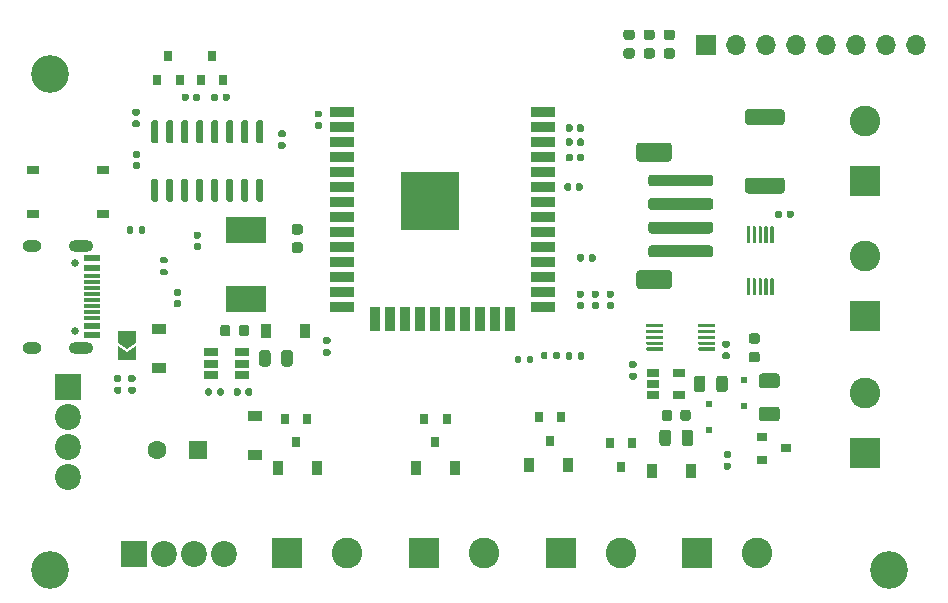
<source format=gts>
G04 #@! TF.GenerationSoftware,KiCad,Pcbnew,(5.1.9)-1*
G04 #@! TF.CreationDate,2021-06-19T22:35:00+01:00*
G04 #@! TF.ProjectId,garden,67617264-656e-42e6-9b69-6361645f7063,rev?*
G04 #@! TF.SameCoordinates,Original*
G04 #@! TF.FileFunction,Soldermask,Top*
G04 #@! TF.FilePolarity,Negative*
%FSLAX46Y46*%
G04 Gerber Fmt 4.6, Leading zero omitted, Abs format (unit mm)*
G04 Created by KiCad (PCBNEW (5.1.9)-1) date 2021-06-19 22:35:00*
%MOMM*%
%LPD*%
G01*
G04 APERTURE LIST*
%ADD10O,1.700000X1.700000*%
%ADD11R,1.700000X1.700000*%
%ADD12R,2.000000X0.900000*%
%ADD13R,0.900000X2.000000*%
%ADD14R,5.000000X5.000000*%
%ADD15C,3.200000*%
%ADD16C,1.600000*%
%ADD17R,1.600000X1.600000*%
%ADD18R,1.220000X0.650000*%
%ADD19R,1.200000X0.900000*%
%ADD20R,0.900000X1.200000*%
%ADD21C,0.100000*%
%ADD22R,1.450000X0.600000*%
%ADD23R,1.450000X0.300000*%
%ADD24O,2.100000X1.000000*%
%ADD25C,0.650000*%
%ADD26O,1.600000X1.000000*%
%ADD27R,3.500000X2.200000*%
%ADD28R,0.800000X0.900000*%
%ADD29C,2.600000*%
%ADD30R,2.600000X2.600000*%
%ADD31R,0.900000X0.800000*%
%ADD32R,1.060000X0.650000*%
%ADD33R,0.500000X0.500000*%
%ADD34R,1.000000X0.750000*%
%ADD35C,2.200000*%
%ADD36R,2.200000X2.200000*%
G04 APERTURE END LIST*
G36*
G01*
X108956250Y-51150000D02*
X108443750Y-51150000D01*
G75*
G02*
X108225000Y-50931250I0J218750D01*
G01*
X108225000Y-50493750D01*
G75*
G02*
X108443750Y-50275000I218750J0D01*
G01*
X108956250Y-50275000D01*
G75*
G02*
X109175000Y-50493750I0J-218750D01*
G01*
X109175000Y-50931250D01*
G75*
G02*
X108956250Y-51150000I-218750J0D01*
G01*
G37*
G36*
G01*
X108956250Y-52725000D02*
X108443750Y-52725000D01*
G75*
G02*
X108225000Y-52506250I0J218750D01*
G01*
X108225000Y-52068750D01*
G75*
G02*
X108443750Y-51850000I218750J0D01*
G01*
X108956250Y-51850000D01*
G75*
G02*
X109175000Y-52068750I0J-218750D01*
G01*
X109175000Y-52506250D01*
G75*
G02*
X108956250Y-52725000I-218750J0D01*
G01*
G37*
D10*
X131280000Y-51600000D03*
X128740000Y-51600000D03*
X126200000Y-51600000D03*
X123660000Y-51600000D03*
X121120000Y-51600000D03*
X118580000Y-51600000D03*
X116040000Y-51600000D03*
D11*
X113500000Y-51600000D03*
D12*
X99686000Y-57277000D03*
X99686000Y-58547000D03*
X99686000Y-59817000D03*
X99686000Y-61087000D03*
X99686000Y-62357000D03*
X99686000Y-63627000D03*
X99686000Y-64897000D03*
X99686000Y-66167000D03*
X99686000Y-67437000D03*
X99686000Y-68707000D03*
X99686000Y-69977000D03*
X99686000Y-71247000D03*
X99686000Y-72517000D03*
X99686000Y-73787000D03*
D13*
X96901000Y-74787000D03*
X95631000Y-74787000D03*
X94361000Y-74787000D03*
X93091000Y-74787000D03*
X91821000Y-74787000D03*
X90551000Y-74787000D03*
X89281000Y-74787000D03*
X88011000Y-74787000D03*
X86741000Y-74787000D03*
X85471000Y-74787000D03*
D12*
X82686000Y-73787000D03*
X82686000Y-72517000D03*
X82686000Y-71247000D03*
X82686000Y-69977000D03*
X82686000Y-68707000D03*
X82686000Y-67437000D03*
X82686000Y-66167000D03*
X82686000Y-64897000D03*
X82686000Y-63627000D03*
X82686000Y-62357000D03*
X82686000Y-61087000D03*
X82686000Y-59817000D03*
X82686000Y-58547000D03*
X82686000Y-57277000D03*
D14*
X90186000Y-64777000D03*
D15*
X129000000Y-96000000D03*
X58000000Y-96000000D03*
X58000000Y-54000000D03*
G36*
G01*
X65077500Y-57940000D02*
X65422500Y-57940000D01*
G75*
G02*
X65570000Y-58087500I0J-147500D01*
G01*
X65570000Y-58382500D01*
G75*
G02*
X65422500Y-58530000I-147500J0D01*
G01*
X65077500Y-58530000D01*
G75*
G02*
X64930000Y-58382500I0J147500D01*
G01*
X64930000Y-58087500D01*
G75*
G02*
X65077500Y-57940000I147500J0D01*
G01*
G37*
G36*
G01*
X65077500Y-56970000D02*
X65422500Y-56970000D01*
G75*
G02*
X65570000Y-57117500I0J-147500D01*
G01*
X65570000Y-57412500D01*
G75*
G02*
X65422500Y-57560000I-147500J0D01*
G01*
X65077500Y-57560000D01*
G75*
G02*
X64930000Y-57412500I0J147500D01*
G01*
X64930000Y-57117500D01*
G75*
G02*
X65077500Y-56970000I147500J0D01*
G01*
G37*
D16*
X67000000Y-85900000D03*
D17*
X70500000Y-85900000D03*
G36*
G01*
X77550000Y-78556250D02*
X77550000Y-77643750D01*
G75*
G02*
X77793750Y-77400000I243750J0D01*
G01*
X78281250Y-77400000D01*
G75*
G02*
X78525000Y-77643750I0J-243750D01*
G01*
X78525000Y-78556250D01*
G75*
G02*
X78281250Y-78800000I-243750J0D01*
G01*
X77793750Y-78800000D01*
G75*
G02*
X77550000Y-78556250I0J243750D01*
G01*
G37*
G36*
G01*
X75675000Y-78556250D02*
X75675000Y-77643750D01*
G75*
G02*
X75918750Y-77400000I243750J0D01*
G01*
X76406250Y-77400000D01*
G75*
G02*
X76650000Y-77643750I0J-243750D01*
G01*
X76650000Y-78556250D01*
G75*
G02*
X76406250Y-78800000I-243750J0D01*
G01*
X75918750Y-78800000D01*
G75*
G02*
X75675000Y-78556250I0J243750D01*
G01*
G37*
G36*
G01*
X74110000Y-80777500D02*
X74110000Y-81122500D01*
G75*
G02*
X73962500Y-81270000I-147500J0D01*
G01*
X73667500Y-81270000D01*
G75*
G02*
X73520000Y-81122500I0J147500D01*
G01*
X73520000Y-80777500D01*
G75*
G02*
X73667500Y-80630000I147500J0D01*
G01*
X73962500Y-80630000D01*
G75*
G02*
X74110000Y-80777500I0J-147500D01*
G01*
G37*
G36*
G01*
X75080000Y-80777500D02*
X75080000Y-81122500D01*
G75*
G02*
X74932500Y-81270000I-147500J0D01*
G01*
X74637500Y-81270000D01*
G75*
G02*
X74490000Y-81122500I0J147500D01*
G01*
X74490000Y-80777500D01*
G75*
G02*
X74637500Y-80630000I147500J0D01*
G01*
X74932500Y-80630000D01*
G75*
G02*
X75080000Y-80777500I0J-147500D01*
G01*
G37*
G36*
G01*
X73950000Y-76006250D02*
X73950000Y-75493750D01*
G75*
G02*
X74168750Y-75275000I218750J0D01*
G01*
X74606250Y-75275000D01*
G75*
G02*
X74825000Y-75493750I0J-218750D01*
G01*
X74825000Y-76006250D01*
G75*
G02*
X74606250Y-76225000I-218750J0D01*
G01*
X74168750Y-76225000D01*
G75*
G02*
X73950000Y-76006250I0J218750D01*
G01*
G37*
G36*
G01*
X72375000Y-76006250D02*
X72375000Y-75493750D01*
G75*
G02*
X72593750Y-75275000I218750J0D01*
G01*
X73031250Y-75275000D01*
G75*
G02*
X73250000Y-75493750I0J-218750D01*
G01*
X73250000Y-76006250D01*
G75*
G02*
X73031250Y-76225000I-218750J0D01*
G01*
X72593750Y-76225000D01*
G75*
G02*
X72375000Y-76006250I0J218750D01*
G01*
G37*
D18*
X74260000Y-77600000D03*
X74260000Y-78550000D03*
X74260000Y-79500000D03*
X71640000Y-79500000D03*
X71640000Y-78550000D03*
X71640000Y-77600000D03*
G36*
G01*
X72140000Y-81135000D02*
X72140000Y-80765000D01*
G75*
G02*
X72275000Y-80630000I135000J0D01*
G01*
X72545000Y-80630000D01*
G75*
G02*
X72680000Y-80765000I0J-135000D01*
G01*
X72680000Y-81135000D01*
G75*
G02*
X72545000Y-81270000I-135000J0D01*
G01*
X72275000Y-81270000D01*
G75*
G02*
X72140000Y-81135000I0J135000D01*
G01*
G37*
G36*
G01*
X71120000Y-81135000D02*
X71120000Y-80765000D01*
G75*
G02*
X71255000Y-80630000I135000J0D01*
G01*
X71525000Y-80630000D01*
G75*
G02*
X71660000Y-80765000I0J-135000D01*
G01*
X71660000Y-81135000D01*
G75*
G02*
X71525000Y-81270000I-135000J0D01*
G01*
X71255000Y-81270000D01*
G75*
G02*
X71120000Y-81135000I0J135000D01*
G01*
G37*
D19*
X67200000Y-75650000D03*
X67200000Y-78950000D03*
X75300000Y-86250000D03*
X75300000Y-82950000D03*
D20*
X79550000Y-75800000D03*
X76250000Y-75800000D03*
G36*
G01*
X68577500Y-73190000D02*
X68922500Y-73190000D01*
G75*
G02*
X69070000Y-73337500I0J-147500D01*
G01*
X69070000Y-73632500D01*
G75*
G02*
X68922500Y-73780000I-147500J0D01*
G01*
X68577500Y-73780000D01*
G75*
G02*
X68430000Y-73632500I0J147500D01*
G01*
X68430000Y-73337500D01*
G75*
G02*
X68577500Y-73190000I147500J0D01*
G01*
G37*
G36*
G01*
X68577500Y-72220000D02*
X68922500Y-72220000D01*
G75*
G02*
X69070000Y-72367500I0J-147500D01*
G01*
X69070000Y-72662500D01*
G75*
G02*
X68922500Y-72810000I-147500J0D01*
G01*
X68577500Y-72810000D01*
G75*
G02*
X68430000Y-72662500I0J147500D01*
G01*
X68430000Y-72367500D01*
G75*
G02*
X68577500Y-72220000I147500J0D01*
G01*
G37*
D21*
G36*
X64500000Y-77275000D02*
G01*
X63750000Y-76775000D01*
X63750000Y-75775000D01*
X65250000Y-75775000D01*
X65250000Y-76775000D01*
X64500000Y-77275000D01*
G37*
G36*
X63750000Y-78225000D02*
G01*
X63750000Y-77075000D01*
X64500000Y-77575000D01*
X65250000Y-77075000D01*
X65250000Y-78225000D01*
X63750000Y-78225000D01*
G37*
D22*
X61545000Y-76148000D03*
X61545000Y-75348000D03*
X61545000Y-70448000D03*
X61545000Y-69648000D03*
X61545000Y-69648000D03*
X61545000Y-70448000D03*
X61545000Y-75348000D03*
X61545000Y-76148000D03*
D23*
X61545000Y-71148000D03*
X61545000Y-71648000D03*
X61545000Y-72148000D03*
X61545000Y-73148000D03*
X61545000Y-73648000D03*
X61545000Y-74148000D03*
X61545000Y-74648000D03*
X61545000Y-72648000D03*
D24*
X60630000Y-77218000D03*
X60630000Y-68578000D03*
D25*
X60100000Y-70008000D03*
D26*
X56450000Y-68578000D03*
D25*
X60100000Y-75788000D03*
D26*
X56450000Y-77218000D03*
D27*
X74600000Y-67200000D03*
X74600000Y-73100000D03*
G36*
G01*
X78650000Y-68275000D02*
X79150000Y-68275000D01*
G75*
G02*
X79375000Y-68500000I0J-225000D01*
G01*
X79375000Y-68950000D01*
G75*
G02*
X79150000Y-69175000I-225000J0D01*
G01*
X78650000Y-69175000D01*
G75*
G02*
X78425000Y-68950000I0J225000D01*
G01*
X78425000Y-68500000D01*
G75*
G02*
X78650000Y-68275000I225000J0D01*
G01*
G37*
G36*
G01*
X78650000Y-66725000D02*
X79150000Y-66725000D01*
G75*
G02*
X79375000Y-66950000I0J-225000D01*
G01*
X79375000Y-67400000D01*
G75*
G02*
X79150000Y-67625000I-225000J0D01*
G01*
X78650000Y-67625000D01*
G75*
G02*
X78425000Y-67400000I0J225000D01*
G01*
X78425000Y-66950000D01*
G75*
G02*
X78650000Y-66725000I225000J0D01*
G01*
G37*
D28*
X100284000Y-85072000D03*
X99334000Y-83072000D03*
X101234000Y-83072000D03*
G36*
G01*
X81215000Y-77340000D02*
X81585000Y-77340000D01*
G75*
G02*
X81720000Y-77475000I0J-135000D01*
G01*
X81720000Y-77745000D01*
G75*
G02*
X81585000Y-77880000I-135000J0D01*
G01*
X81215000Y-77880000D01*
G75*
G02*
X81080000Y-77745000I0J135000D01*
G01*
X81080000Y-77475000D01*
G75*
G02*
X81215000Y-77340000I135000J0D01*
G01*
G37*
G36*
G01*
X81215000Y-76320000D02*
X81585000Y-76320000D01*
G75*
G02*
X81720000Y-76455000I0J-135000D01*
G01*
X81720000Y-76725000D01*
G75*
G02*
X81585000Y-76860000I-135000J0D01*
G01*
X81215000Y-76860000D01*
G75*
G02*
X81080000Y-76725000I0J135000D01*
G01*
X81080000Y-76455000D01*
G75*
G02*
X81215000Y-76320000I135000J0D01*
G01*
G37*
G36*
G01*
X97860000Y-78015000D02*
X97860000Y-78385000D01*
G75*
G02*
X97725000Y-78520000I-135000J0D01*
G01*
X97455000Y-78520000D01*
G75*
G02*
X97320000Y-78385000I0J135000D01*
G01*
X97320000Y-78015000D01*
G75*
G02*
X97455000Y-77880000I135000J0D01*
G01*
X97725000Y-77880000D01*
G75*
G02*
X97860000Y-78015000I0J-135000D01*
G01*
G37*
G36*
G01*
X98880000Y-78015000D02*
X98880000Y-78385000D01*
G75*
G02*
X98745000Y-78520000I-135000J0D01*
G01*
X98475000Y-78520000D01*
G75*
G02*
X98340000Y-78385000I0J135000D01*
G01*
X98340000Y-78015000D01*
G75*
G02*
X98475000Y-77880000I135000J0D01*
G01*
X98745000Y-77880000D01*
G75*
G02*
X98880000Y-78015000I0J-135000D01*
G01*
G37*
X78800000Y-85200000D03*
X77850000Y-83200000D03*
X79750000Y-83200000D03*
X90600000Y-85200000D03*
X89650000Y-83200000D03*
X91550000Y-83200000D03*
D29*
X83080000Y-94600000D03*
D30*
X78000000Y-94600000D03*
D29*
X94680000Y-94600000D03*
D30*
X89600000Y-94600000D03*
D20*
X77250000Y-87400000D03*
X80550000Y-87400000D03*
X88950000Y-87400000D03*
X92250000Y-87400000D03*
G36*
G01*
X102640000Y-78085000D02*
X102640000Y-77715000D01*
G75*
G02*
X102775000Y-77580000I135000J0D01*
G01*
X103045000Y-77580000D01*
G75*
G02*
X103180000Y-77715000I0J-135000D01*
G01*
X103180000Y-78085000D01*
G75*
G02*
X103045000Y-78220000I-135000J0D01*
G01*
X102775000Y-78220000D01*
G75*
G02*
X102640000Y-78085000I0J135000D01*
G01*
G37*
G36*
G01*
X101620000Y-78085000D02*
X101620000Y-77715000D01*
G75*
G02*
X101755000Y-77580000I135000J0D01*
G01*
X102025000Y-77580000D01*
G75*
G02*
X102160000Y-77715000I0J-135000D01*
G01*
X102160000Y-78085000D01*
G75*
G02*
X102025000Y-78220000I-135000J0D01*
G01*
X101755000Y-78220000D01*
G75*
G02*
X101620000Y-78085000I0J135000D01*
G01*
G37*
D28*
X106300000Y-87300000D03*
X105350000Y-85300000D03*
X107250000Y-85300000D03*
G36*
G01*
X100090000Y-77666000D02*
X100090000Y-78036000D01*
G75*
G02*
X99955000Y-78171000I-135000J0D01*
G01*
X99685000Y-78171000D01*
G75*
G02*
X99550000Y-78036000I0J135000D01*
G01*
X99550000Y-77666000D01*
G75*
G02*
X99685000Y-77531000I135000J0D01*
G01*
X99955000Y-77531000D01*
G75*
G02*
X100090000Y-77666000I0J-135000D01*
G01*
G37*
G36*
G01*
X101110000Y-77666000D02*
X101110000Y-78036000D01*
G75*
G02*
X100975000Y-78171000I-135000J0D01*
G01*
X100705000Y-78171000D01*
G75*
G02*
X100570000Y-78036000I0J135000D01*
G01*
X100570000Y-77666000D01*
G75*
G02*
X100705000Y-77531000I135000J0D01*
G01*
X100975000Y-77531000D01*
G75*
G02*
X101110000Y-77666000I0J-135000D01*
G01*
G37*
G36*
G01*
X113469000Y-79807750D02*
X113469000Y-80720250D01*
G75*
G02*
X113225250Y-80964000I-243750J0D01*
G01*
X112737750Y-80964000D01*
G75*
G02*
X112494000Y-80720250I0J243750D01*
G01*
X112494000Y-79807750D01*
G75*
G02*
X112737750Y-79564000I243750J0D01*
G01*
X113225250Y-79564000D01*
G75*
G02*
X113469000Y-79807750I0J-243750D01*
G01*
G37*
G36*
G01*
X115344000Y-79807750D02*
X115344000Y-80720250D01*
G75*
G02*
X115100250Y-80964000I-243750J0D01*
G01*
X114612750Y-80964000D01*
G75*
G02*
X114369000Y-80720250I0J243750D01*
G01*
X114369000Y-79807750D01*
G75*
G02*
X114612750Y-79564000I243750J0D01*
G01*
X115100250Y-79564000D01*
G75*
G02*
X115344000Y-79807750I0J-243750D01*
G01*
G37*
D31*
X120253000Y-85725000D03*
X118253000Y-86675000D03*
X118253000Y-84775000D03*
D29*
X127000000Y-58039000D03*
D30*
X127000000Y-63119000D03*
D29*
X127000000Y-81026000D03*
D30*
X127000000Y-86106000D03*
D29*
X106275000Y-94615000D03*
D30*
X101195000Y-94615000D03*
D29*
X117832000Y-94615000D03*
D30*
X112752000Y-94615000D03*
D29*
X127000000Y-69469000D03*
D30*
X127000000Y-74549000D03*
G36*
G01*
X67415000Y-70540000D02*
X67785000Y-70540000D01*
G75*
G02*
X67920000Y-70675000I0J-135000D01*
G01*
X67920000Y-70945000D01*
G75*
G02*
X67785000Y-71080000I-135000J0D01*
G01*
X67415000Y-71080000D01*
G75*
G02*
X67280000Y-70945000I0J135000D01*
G01*
X67280000Y-70675000D01*
G75*
G02*
X67415000Y-70540000I135000J0D01*
G01*
G37*
G36*
G01*
X67415000Y-69520000D02*
X67785000Y-69520000D01*
G75*
G02*
X67920000Y-69655000I0J-135000D01*
G01*
X67920000Y-69925000D01*
G75*
G02*
X67785000Y-70060000I-135000J0D01*
G01*
X67415000Y-70060000D01*
G75*
G02*
X67280000Y-69925000I0J135000D01*
G01*
X67280000Y-69655000D01*
G75*
G02*
X67415000Y-69520000I135000J0D01*
G01*
G37*
G36*
G01*
X65490000Y-67435000D02*
X65490000Y-67065000D01*
G75*
G02*
X65625000Y-66930000I135000J0D01*
G01*
X65895000Y-66930000D01*
G75*
G02*
X66030000Y-67065000I0J-135000D01*
G01*
X66030000Y-67435000D01*
G75*
G02*
X65895000Y-67570000I-135000J0D01*
G01*
X65625000Y-67570000D01*
G75*
G02*
X65490000Y-67435000I0J135000D01*
G01*
G37*
G36*
G01*
X64470000Y-67435000D02*
X64470000Y-67065000D01*
G75*
G02*
X64605000Y-66930000I135000J0D01*
G01*
X64875000Y-66930000D01*
G75*
G02*
X65010000Y-67065000I0J-135000D01*
G01*
X65010000Y-67435000D01*
G75*
G02*
X64875000Y-67570000I-135000J0D01*
G01*
X64605000Y-67570000D01*
G75*
G02*
X64470000Y-67435000I0J135000D01*
G01*
G37*
G36*
G01*
X67005000Y-59900000D02*
X66705000Y-59900000D01*
G75*
G02*
X66555000Y-59750000I0J150000D01*
G01*
X66555000Y-58100000D01*
G75*
G02*
X66705000Y-57950000I150000J0D01*
G01*
X67005000Y-57950000D01*
G75*
G02*
X67155000Y-58100000I0J-150000D01*
G01*
X67155000Y-59750000D01*
G75*
G02*
X67005000Y-59900000I-150000J0D01*
G01*
G37*
G36*
G01*
X68275000Y-59900000D02*
X67975000Y-59900000D01*
G75*
G02*
X67825000Y-59750000I0J150000D01*
G01*
X67825000Y-58100000D01*
G75*
G02*
X67975000Y-57950000I150000J0D01*
G01*
X68275000Y-57950000D01*
G75*
G02*
X68425000Y-58100000I0J-150000D01*
G01*
X68425000Y-59750000D01*
G75*
G02*
X68275000Y-59900000I-150000J0D01*
G01*
G37*
G36*
G01*
X69545000Y-59900000D02*
X69245000Y-59900000D01*
G75*
G02*
X69095000Y-59750000I0J150000D01*
G01*
X69095000Y-58100000D01*
G75*
G02*
X69245000Y-57950000I150000J0D01*
G01*
X69545000Y-57950000D01*
G75*
G02*
X69695000Y-58100000I0J-150000D01*
G01*
X69695000Y-59750000D01*
G75*
G02*
X69545000Y-59900000I-150000J0D01*
G01*
G37*
G36*
G01*
X70815000Y-59900000D02*
X70515000Y-59900000D01*
G75*
G02*
X70365000Y-59750000I0J150000D01*
G01*
X70365000Y-58100000D01*
G75*
G02*
X70515000Y-57950000I150000J0D01*
G01*
X70815000Y-57950000D01*
G75*
G02*
X70965000Y-58100000I0J-150000D01*
G01*
X70965000Y-59750000D01*
G75*
G02*
X70815000Y-59900000I-150000J0D01*
G01*
G37*
G36*
G01*
X72085000Y-59900000D02*
X71785000Y-59900000D01*
G75*
G02*
X71635000Y-59750000I0J150000D01*
G01*
X71635000Y-58100000D01*
G75*
G02*
X71785000Y-57950000I150000J0D01*
G01*
X72085000Y-57950000D01*
G75*
G02*
X72235000Y-58100000I0J-150000D01*
G01*
X72235000Y-59750000D01*
G75*
G02*
X72085000Y-59900000I-150000J0D01*
G01*
G37*
G36*
G01*
X73355000Y-59900000D02*
X73055000Y-59900000D01*
G75*
G02*
X72905000Y-59750000I0J150000D01*
G01*
X72905000Y-58100000D01*
G75*
G02*
X73055000Y-57950000I150000J0D01*
G01*
X73355000Y-57950000D01*
G75*
G02*
X73505000Y-58100000I0J-150000D01*
G01*
X73505000Y-59750000D01*
G75*
G02*
X73355000Y-59900000I-150000J0D01*
G01*
G37*
G36*
G01*
X74625000Y-59900000D02*
X74325000Y-59900000D01*
G75*
G02*
X74175000Y-59750000I0J150000D01*
G01*
X74175000Y-58100000D01*
G75*
G02*
X74325000Y-57950000I150000J0D01*
G01*
X74625000Y-57950000D01*
G75*
G02*
X74775000Y-58100000I0J-150000D01*
G01*
X74775000Y-59750000D01*
G75*
G02*
X74625000Y-59900000I-150000J0D01*
G01*
G37*
G36*
G01*
X75895000Y-59900000D02*
X75595000Y-59900000D01*
G75*
G02*
X75445000Y-59750000I0J150000D01*
G01*
X75445000Y-58100000D01*
G75*
G02*
X75595000Y-57950000I150000J0D01*
G01*
X75895000Y-57950000D01*
G75*
G02*
X76045000Y-58100000I0J-150000D01*
G01*
X76045000Y-59750000D01*
G75*
G02*
X75895000Y-59900000I-150000J0D01*
G01*
G37*
G36*
G01*
X75895000Y-64850000D02*
X75595000Y-64850000D01*
G75*
G02*
X75445000Y-64700000I0J150000D01*
G01*
X75445000Y-63050000D01*
G75*
G02*
X75595000Y-62900000I150000J0D01*
G01*
X75895000Y-62900000D01*
G75*
G02*
X76045000Y-63050000I0J-150000D01*
G01*
X76045000Y-64700000D01*
G75*
G02*
X75895000Y-64850000I-150000J0D01*
G01*
G37*
G36*
G01*
X74625000Y-64850000D02*
X74325000Y-64850000D01*
G75*
G02*
X74175000Y-64700000I0J150000D01*
G01*
X74175000Y-63050000D01*
G75*
G02*
X74325000Y-62900000I150000J0D01*
G01*
X74625000Y-62900000D01*
G75*
G02*
X74775000Y-63050000I0J-150000D01*
G01*
X74775000Y-64700000D01*
G75*
G02*
X74625000Y-64850000I-150000J0D01*
G01*
G37*
G36*
G01*
X73355000Y-64850000D02*
X73055000Y-64850000D01*
G75*
G02*
X72905000Y-64700000I0J150000D01*
G01*
X72905000Y-63050000D01*
G75*
G02*
X73055000Y-62900000I150000J0D01*
G01*
X73355000Y-62900000D01*
G75*
G02*
X73505000Y-63050000I0J-150000D01*
G01*
X73505000Y-64700000D01*
G75*
G02*
X73355000Y-64850000I-150000J0D01*
G01*
G37*
G36*
G01*
X72085000Y-64850000D02*
X71785000Y-64850000D01*
G75*
G02*
X71635000Y-64700000I0J150000D01*
G01*
X71635000Y-63050000D01*
G75*
G02*
X71785000Y-62900000I150000J0D01*
G01*
X72085000Y-62900000D01*
G75*
G02*
X72235000Y-63050000I0J-150000D01*
G01*
X72235000Y-64700000D01*
G75*
G02*
X72085000Y-64850000I-150000J0D01*
G01*
G37*
G36*
G01*
X70815000Y-64850000D02*
X70515000Y-64850000D01*
G75*
G02*
X70365000Y-64700000I0J150000D01*
G01*
X70365000Y-63050000D01*
G75*
G02*
X70515000Y-62900000I150000J0D01*
G01*
X70815000Y-62900000D01*
G75*
G02*
X70965000Y-63050000I0J-150000D01*
G01*
X70965000Y-64700000D01*
G75*
G02*
X70815000Y-64850000I-150000J0D01*
G01*
G37*
G36*
G01*
X69545000Y-64850000D02*
X69245000Y-64850000D01*
G75*
G02*
X69095000Y-64700000I0J150000D01*
G01*
X69095000Y-63050000D01*
G75*
G02*
X69245000Y-62900000I150000J0D01*
G01*
X69545000Y-62900000D01*
G75*
G02*
X69695000Y-63050000I0J-150000D01*
G01*
X69695000Y-64700000D01*
G75*
G02*
X69545000Y-64850000I-150000J0D01*
G01*
G37*
G36*
G01*
X68275000Y-64850000D02*
X67975000Y-64850000D01*
G75*
G02*
X67825000Y-64700000I0J150000D01*
G01*
X67825000Y-63050000D01*
G75*
G02*
X67975000Y-62900000I150000J0D01*
G01*
X68275000Y-62900000D01*
G75*
G02*
X68425000Y-63050000I0J-150000D01*
G01*
X68425000Y-64700000D01*
G75*
G02*
X68275000Y-64850000I-150000J0D01*
G01*
G37*
G36*
G01*
X67005000Y-64850000D02*
X66705000Y-64850000D01*
G75*
G02*
X66555000Y-64700000I0J150000D01*
G01*
X66555000Y-63050000D01*
G75*
G02*
X66705000Y-62900000I150000J0D01*
G01*
X67005000Y-62900000D01*
G75*
G02*
X67155000Y-63050000I0J-150000D01*
G01*
X67155000Y-64700000D01*
G75*
G02*
X67005000Y-64850000I-150000J0D01*
G01*
G37*
G36*
G01*
X112854000Y-75402000D02*
X112854000Y-75252000D01*
G75*
G02*
X112929000Y-75177000I75000J0D01*
G01*
X114229000Y-75177000D01*
G75*
G02*
X114304000Y-75252000I0J-75000D01*
G01*
X114304000Y-75402000D01*
G75*
G02*
X114229000Y-75477000I-75000J0D01*
G01*
X112929000Y-75477000D01*
G75*
G02*
X112854000Y-75402000I0J75000D01*
G01*
G37*
G36*
G01*
X112854000Y-75902000D02*
X112854000Y-75752000D01*
G75*
G02*
X112929000Y-75677000I75000J0D01*
G01*
X114229000Y-75677000D01*
G75*
G02*
X114304000Y-75752000I0J-75000D01*
G01*
X114304000Y-75902000D01*
G75*
G02*
X114229000Y-75977000I-75000J0D01*
G01*
X112929000Y-75977000D01*
G75*
G02*
X112854000Y-75902000I0J75000D01*
G01*
G37*
G36*
G01*
X112854000Y-76402000D02*
X112854000Y-76252000D01*
G75*
G02*
X112929000Y-76177000I75000J0D01*
G01*
X114229000Y-76177000D01*
G75*
G02*
X114304000Y-76252000I0J-75000D01*
G01*
X114304000Y-76402000D01*
G75*
G02*
X114229000Y-76477000I-75000J0D01*
G01*
X112929000Y-76477000D01*
G75*
G02*
X112854000Y-76402000I0J75000D01*
G01*
G37*
G36*
G01*
X112854000Y-76902000D02*
X112854000Y-76752000D01*
G75*
G02*
X112929000Y-76677000I75000J0D01*
G01*
X114229000Y-76677000D01*
G75*
G02*
X114304000Y-76752000I0J-75000D01*
G01*
X114304000Y-76902000D01*
G75*
G02*
X114229000Y-76977000I-75000J0D01*
G01*
X112929000Y-76977000D01*
G75*
G02*
X112854000Y-76902000I0J75000D01*
G01*
G37*
G36*
G01*
X112854000Y-77402000D02*
X112854000Y-77252000D01*
G75*
G02*
X112929000Y-77177000I75000J0D01*
G01*
X114229000Y-77177000D01*
G75*
G02*
X114304000Y-77252000I0J-75000D01*
G01*
X114304000Y-77402000D01*
G75*
G02*
X114229000Y-77477000I-75000J0D01*
G01*
X112929000Y-77477000D01*
G75*
G02*
X112854000Y-77402000I0J75000D01*
G01*
G37*
G36*
G01*
X108454000Y-77402000D02*
X108454000Y-77252000D01*
G75*
G02*
X108529000Y-77177000I75000J0D01*
G01*
X109829000Y-77177000D01*
G75*
G02*
X109904000Y-77252000I0J-75000D01*
G01*
X109904000Y-77402000D01*
G75*
G02*
X109829000Y-77477000I-75000J0D01*
G01*
X108529000Y-77477000D01*
G75*
G02*
X108454000Y-77402000I0J75000D01*
G01*
G37*
G36*
G01*
X108454000Y-76902000D02*
X108454000Y-76752000D01*
G75*
G02*
X108529000Y-76677000I75000J0D01*
G01*
X109829000Y-76677000D01*
G75*
G02*
X109904000Y-76752000I0J-75000D01*
G01*
X109904000Y-76902000D01*
G75*
G02*
X109829000Y-76977000I-75000J0D01*
G01*
X108529000Y-76977000D01*
G75*
G02*
X108454000Y-76902000I0J75000D01*
G01*
G37*
G36*
G01*
X108454000Y-76402000D02*
X108454000Y-76252000D01*
G75*
G02*
X108529000Y-76177000I75000J0D01*
G01*
X109829000Y-76177000D01*
G75*
G02*
X109904000Y-76252000I0J-75000D01*
G01*
X109904000Y-76402000D01*
G75*
G02*
X109829000Y-76477000I-75000J0D01*
G01*
X108529000Y-76477000D01*
G75*
G02*
X108454000Y-76402000I0J75000D01*
G01*
G37*
G36*
G01*
X108454000Y-75902000D02*
X108454000Y-75752000D01*
G75*
G02*
X108529000Y-75677000I75000J0D01*
G01*
X109829000Y-75677000D01*
G75*
G02*
X109904000Y-75752000I0J-75000D01*
G01*
X109904000Y-75902000D01*
G75*
G02*
X109829000Y-75977000I-75000J0D01*
G01*
X108529000Y-75977000D01*
G75*
G02*
X108454000Y-75902000I0J75000D01*
G01*
G37*
G36*
G01*
X108454000Y-75402000D02*
X108454000Y-75252000D01*
G75*
G02*
X108529000Y-75177000I75000J0D01*
G01*
X109829000Y-75177000D01*
G75*
G02*
X109904000Y-75252000I0J-75000D01*
G01*
X109904000Y-75402000D01*
G75*
G02*
X109829000Y-75477000I-75000J0D01*
G01*
X108529000Y-75477000D01*
G75*
G02*
X108454000Y-75402000I0J75000D01*
G01*
G37*
G36*
G01*
X119916001Y-58354000D02*
X117065999Y-58354000D01*
G75*
G02*
X116816000Y-58104001I0J249999D01*
G01*
X116816000Y-57253999D01*
G75*
G02*
X117065999Y-57004000I249999J0D01*
G01*
X119916001Y-57004000D01*
G75*
G02*
X120166000Y-57253999I0J-249999D01*
G01*
X120166000Y-58104001D01*
G75*
G02*
X119916001Y-58354000I-249999J0D01*
G01*
G37*
G36*
G01*
X119916001Y-64154000D02*
X117065999Y-64154000D01*
G75*
G02*
X116816000Y-63904001I0J249999D01*
G01*
X116816000Y-63053999D01*
G75*
G02*
X117065999Y-62804000I249999J0D01*
G01*
X119916001Y-62804000D01*
G75*
G02*
X120166000Y-63053999I0J-249999D01*
G01*
X120166000Y-63904001D01*
G75*
G02*
X119916001Y-64154000I-249999J0D01*
G01*
G37*
G36*
G01*
X117185000Y-68375000D02*
X117035000Y-68375000D01*
G75*
G02*
X116960000Y-68300000I0J75000D01*
G01*
X116960000Y-67000000D01*
G75*
G02*
X117035000Y-66925000I75000J0D01*
G01*
X117185000Y-66925000D01*
G75*
G02*
X117260000Y-67000000I0J-75000D01*
G01*
X117260000Y-68300000D01*
G75*
G02*
X117185000Y-68375000I-75000J0D01*
G01*
G37*
G36*
G01*
X117685000Y-68375000D02*
X117535000Y-68375000D01*
G75*
G02*
X117460000Y-68300000I0J75000D01*
G01*
X117460000Y-67000000D01*
G75*
G02*
X117535000Y-66925000I75000J0D01*
G01*
X117685000Y-66925000D01*
G75*
G02*
X117760000Y-67000000I0J-75000D01*
G01*
X117760000Y-68300000D01*
G75*
G02*
X117685000Y-68375000I-75000J0D01*
G01*
G37*
G36*
G01*
X118185000Y-68375000D02*
X118035000Y-68375000D01*
G75*
G02*
X117960000Y-68300000I0J75000D01*
G01*
X117960000Y-67000000D01*
G75*
G02*
X118035000Y-66925000I75000J0D01*
G01*
X118185000Y-66925000D01*
G75*
G02*
X118260000Y-67000000I0J-75000D01*
G01*
X118260000Y-68300000D01*
G75*
G02*
X118185000Y-68375000I-75000J0D01*
G01*
G37*
G36*
G01*
X118685000Y-68375000D02*
X118535000Y-68375000D01*
G75*
G02*
X118460000Y-68300000I0J75000D01*
G01*
X118460000Y-67000000D01*
G75*
G02*
X118535000Y-66925000I75000J0D01*
G01*
X118685000Y-66925000D01*
G75*
G02*
X118760000Y-67000000I0J-75000D01*
G01*
X118760000Y-68300000D01*
G75*
G02*
X118685000Y-68375000I-75000J0D01*
G01*
G37*
G36*
G01*
X119185000Y-68375000D02*
X119035000Y-68375000D01*
G75*
G02*
X118960000Y-68300000I0J75000D01*
G01*
X118960000Y-67000000D01*
G75*
G02*
X119035000Y-66925000I75000J0D01*
G01*
X119185000Y-66925000D01*
G75*
G02*
X119260000Y-67000000I0J-75000D01*
G01*
X119260000Y-68300000D01*
G75*
G02*
X119185000Y-68375000I-75000J0D01*
G01*
G37*
G36*
G01*
X119185000Y-72775000D02*
X119035000Y-72775000D01*
G75*
G02*
X118960000Y-72700000I0J75000D01*
G01*
X118960000Y-71400000D01*
G75*
G02*
X119035000Y-71325000I75000J0D01*
G01*
X119185000Y-71325000D01*
G75*
G02*
X119260000Y-71400000I0J-75000D01*
G01*
X119260000Y-72700000D01*
G75*
G02*
X119185000Y-72775000I-75000J0D01*
G01*
G37*
G36*
G01*
X118685000Y-72775000D02*
X118535000Y-72775000D01*
G75*
G02*
X118460000Y-72700000I0J75000D01*
G01*
X118460000Y-71400000D01*
G75*
G02*
X118535000Y-71325000I75000J0D01*
G01*
X118685000Y-71325000D01*
G75*
G02*
X118760000Y-71400000I0J-75000D01*
G01*
X118760000Y-72700000D01*
G75*
G02*
X118685000Y-72775000I-75000J0D01*
G01*
G37*
G36*
G01*
X118185000Y-72775000D02*
X118035000Y-72775000D01*
G75*
G02*
X117960000Y-72700000I0J75000D01*
G01*
X117960000Y-71400000D01*
G75*
G02*
X118035000Y-71325000I75000J0D01*
G01*
X118185000Y-71325000D01*
G75*
G02*
X118260000Y-71400000I0J-75000D01*
G01*
X118260000Y-72700000D01*
G75*
G02*
X118185000Y-72775000I-75000J0D01*
G01*
G37*
G36*
G01*
X117685000Y-72775000D02*
X117535000Y-72775000D01*
G75*
G02*
X117460000Y-72700000I0J75000D01*
G01*
X117460000Y-71400000D01*
G75*
G02*
X117535000Y-71325000I75000J0D01*
G01*
X117685000Y-71325000D01*
G75*
G02*
X117760000Y-71400000I0J-75000D01*
G01*
X117760000Y-72700000D01*
G75*
G02*
X117685000Y-72775000I-75000J0D01*
G01*
G37*
G36*
G01*
X117185000Y-72775000D02*
X117035000Y-72775000D01*
G75*
G02*
X116960000Y-72700000I0J75000D01*
G01*
X116960000Y-71400000D01*
G75*
G02*
X117035000Y-71325000I75000J0D01*
G01*
X117185000Y-71325000D01*
G75*
G02*
X117260000Y-71400000I0J-75000D01*
G01*
X117260000Y-72700000D01*
G75*
G02*
X117185000Y-72775000I-75000J0D01*
G01*
G37*
G36*
G01*
X102697500Y-73342000D02*
X103042500Y-73342000D01*
G75*
G02*
X103190000Y-73489500I0J-147500D01*
G01*
X103190000Y-73784500D01*
G75*
G02*
X103042500Y-73932000I-147500J0D01*
G01*
X102697500Y-73932000D01*
G75*
G02*
X102550000Y-73784500I0J147500D01*
G01*
X102550000Y-73489500D01*
G75*
G02*
X102697500Y-73342000I147500J0D01*
G01*
G37*
G36*
G01*
X102697500Y-72372000D02*
X103042500Y-72372000D01*
G75*
G02*
X103190000Y-72519500I0J-147500D01*
G01*
X103190000Y-72814500D01*
G75*
G02*
X103042500Y-72962000I-147500J0D01*
G01*
X102697500Y-72962000D01*
G75*
G02*
X102550000Y-72814500I0J147500D01*
G01*
X102550000Y-72519500D01*
G75*
G02*
X102697500Y-72372000I147500J0D01*
G01*
G37*
G36*
G01*
X105237500Y-73342000D02*
X105582500Y-73342000D01*
G75*
G02*
X105730000Y-73489500I0J-147500D01*
G01*
X105730000Y-73784500D01*
G75*
G02*
X105582500Y-73932000I-147500J0D01*
G01*
X105237500Y-73932000D01*
G75*
G02*
X105090000Y-73784500I0J147500D01*
G01*
X105090000Y-73489500D01*
G75*
G02*
X105237500Y-73342000I147500J0D01*
G01*
G37*
G36*
G01*
X105237500Y-72372000D02*
X105582500Y-72372000D01*
G75*
G02*
X105730000Y-72519500I0J-147500D01*
G01*
X105730000Y-72814500D01*
G75*
G02*
X105582500Y-72962000I-147500J0D01*
G01*
X105237500Y-72962000D01*
G75*
G02*
X105090000Y-72814500I0J147500D01*
G01*
X105090000Y-72519500D01*
G75*
G02*
X105237500Y-72372000I147500J0D01*
G01*
G37*
G36*
G01*
X103967500Y-73342000D02*
X104312500Y-73342000D01*
G75*
G02*
X104460000Y-73489500I0J-147500D01*
G01*
X104460000Y-73784500D01*
G75*
G02*
X104312500Y-73932000I-147500J0D01*
G01*
X103967500Y-73932000D01*
G75*
G02*
X103820000Y-73784500I0J147500D01*
G01*
X103820000Y-73489500D01*
G75*
G02*
X103967500Y-73342000I147500J0D01*
G01*
G37*
G36*
G01*
X103967500Y-72372000D02*
X104312500Y-72372000D01*
G75*
G02*
X104460000Y-72519500I0J-147500D01*
G01*
X104460000Y-72814500D01*
G75*
G02*
X104312500Y-72962000I-147500J0D01*
G01*
X103967500Y-72962000D01*
G75*
G02*
X103820000Y-72814500I0J147500D01*
G01*
X103820000Y-72519500D01*
G75*
G02*
X103967500Y-72372000I147500J0D01*
G01*
G37*
G36*
G01*
X115488500Y-86551000D02*
X115143500Y-86551000D01*
G75*
G02*
X114996000Y-86403500I0J147500D01*
G01*
X114996000Y-86108500D01*
G75*
G02*
X115143500Y-85961000I147500J0D01*
G01*
X115488500Y-85961000D01*
G75*
G02*
X115636000Y-86108500I0J-147500D01*
G01*
X115636000Y-86403500D01*
G75*
G02*
X115488500Y-86551000I-147500J0D01*
G01*
G37*
G36*
G01*
X115488500Y-87521000D02*
X115143500Y-87521000D01*
G75*
G02*
X114996000Y-87373500I0J147500D01*
G01*
X114996000Y-87078500D01*
G75*
G02*
X115143500Y-86931000I147500J0D01*
G01*
X115488500Y-86931000D01*
G75*
G02*
X115636000Y-87078500I0J-147500D01*
G01*
X115636000Y-87373500D01*
G75*
G02*
X115488500Y-87521000I-147500J0D01*
G01*
G37*
G36*
G01*
X107142500Y-79311000D02*
X107487500Y-79311000D01*
G75*
G02*
X107635000Y-79458500I0J-147500D01*
G01*
X107635000Y-79753500D01*
G75*
G02*
X107487500Y-79901000I-147500J0D01*
G01*
X107142500Y-79901000D01*
G75*
G02*
X106995000Y-79753500I0J147500D01*
G01*
X106995000Y-79458500D01*
G75*
G02*
X107142500Y-79311000I147500J0D01*
G01*
G37*
G36*
G01*
X107142500Y-78341000D02*
X107487500Y-78341000D01*
G75*
G02*
X107635000Y-78488500I0J-147500D01*
G01*
X107635000Y-78783500D01*
G75*
G02*
X107487500Y-78931000I-147500J0D01*
G01*
X107142500Y-78931000D01*
G75*
G02*
X106995000Y-78783500I0J147500D01*
G01*
X106995000Y-78488500D01*
G75*
G02*
X107142500Y-78341000I147500J0D01*
G01*
G37*
G36*
G01*
X103188000Y-69423500D02*
X103188000Y-69768500D01*
G75*
G02*
X103040500Y-69916000I-147500J0D01*
G01*
X102745500Y-69916000D01*
G75*
G02*
X102598000Y-69768500I0J147500D01*
G01*
X102598000Y-69423500D01*
G75*
G02*
X102745500Y-69276000I147500J0D01*
G01*
X103040500Y-69276000D01*
G75*
G02*
X103188000Y-69423500I0J-147500D01*
G01*
G37*
G36*
G01*
X104158000Y-69423500D02*
X104158000Y-69768500D01*
G75*
G02*
X104010500Y-69916000I-147500J0D01*
G01*
X103715500Y-69916000D01*
G75*
G02*
X103568000Y-69768500I0J147500D01*
G01*
X103568000Y-69423500D01*
G75*
G02*
X103715500Y-69276000I147500J0D01*
G01*
X104010500Y-69276000D01*
G75*
G02*
X104158000Y-69423500I0J-147500D01*
G01*
G37*
G36*
G01*
X80872500Y-57710000D02*
X80527500Y-57710000D01*
G75*
G02*
X80380000Y-57562500I0J147500D01*
G01*
X80380000Y-57267500D01*
G75*
G02*
X80527500Y-57120000I147500J0D01*
G01*
X80872500Y-57120000D01*
G75*
G02*
X81020000Y-57267500I0J-147500D01*
G01*
X81020000Y-57562500D01*
G75*
G02*
X80872500Y-57710000I-147500J0D01*
G01*
G37*
G36*
G01*
X80872500Y-58680000D02*
X80527500Y-58680000D01*
G75*
G02*
X80380000Y-58532500I0J147500D01*
G01*
X80380000Y-58237500D01*
G75*
G02*
X80527500Y-58090000I147500J0D01*
G01*
X80872500Y-58090000D01*
G75*
G02*
X81020000Y-58237500I0J-147500D01*
G01*
X81020000Y-58532500D01*
G75*
G02*
X80872500Y-58680000I-147500J0D01*
G01*
G37*
G36*
G01*
X110371000Y-61440000D02*
X107871000Y-61440000D01*
G75*
G02*
X107621000Y-61190000I0J250000D01*
G01*
X107621000Y-60090000D01*
G75*
G02*
X107871000Y-59840000I250000J0D01*
G01*
X110371000Y-59840000D01*
G75*
G02*
X110621000Y-60090000I0J-250000D01*
G01*
X110621000Y-61190000D01*
G75*
G02*
X110371000Y-61440000I-250000J0D01*
G01*
G37*
G36*
G01*
X110371000Y-72240000D02*
X107871000Y-72240000D01*
G75*
G02*
X107621000Y-71990000I0J250000D01*
G01*
X107621000Y-70890000D01*
G75*
G02*
X107871000Y-70640000I250000J0D01*
G01*
X110371000Y-70640000D01*
G75*
G02*
X110621000Y-70890000I0J-250000D01*
G01*
X110621000Y-71990000D01*
G75*
G02*
X110371000Y-72240000I-250000J0D01*
G01*
G37*
G36*
G01*
X113871000Y-63540000D02*
X108871000Y-63540000D01*
G75*
G02*
X108621000Y-63290000I0J250000D01*
G01*
X108621000Y-62790000D01*
G75*
G02*
X108871000Y-62540000I250000J0D01*
G01*
X113871000Y-62540000D01*
G75*
G02*
X114121000Y-62790000I0J-250000D01*
G01*
X114121000Y-63290000D01*
G75*
G02*
X113871000Y-63540000I-250000J0D01*
G01*
G37*
G36*
G01*
X113871000Y-65540000D02*
X108871000Y-65540000D01*
G75*
G02*
X108621000Y-65290000I0J250000D01*
G01*
X108621000Y-64790000D01*
G75*
G02*
X108871000Y-64540000I250000J0D01*
G01*
X113871000Y-64540000D01*
G75*
G02*
X114121000Y-64790000I0J-250000D01*
G01*
X114121000Y-65290000D01*
G75*
G02*
X113871000Y-65540000I-250000J0D01*
G01*
G37*
G36*
G01*
X113871000Y-67540000D02*
X108871000Y-67540000D01*
G75*
G02*
X108621000Y-67290000I0J250000D01*
G01*
X108621000Y-66790000D01*
G75*
G02*
X108871000Y-66540000I250000J0D01*
G01*
X113871000Y-66540000D01*
G75*
G02*
X114121000Y-66790000I0J-250000D01*
G01*
X114121000Y-67290000D01*
G75*
G02*
X113871000Y-67540000I-250000J0D01*
G01*
G37*
G36*
G01*
X113871000Y-69540000D02*
X108871000Y-69540000D01*
G75*
G02*
X108621000Y-69290000I0J250000D01*
G01*
X108621000Y-68790000D01*
G75*
G02*
X108871000Y-68540000I250000J0D01*
G01*
X113871000Y-68540000D01*
G75*
G02*
X114121000Y-68790000I0J-250000D01*
G01*
X114121000Y-69290000D01*
G75*
G02*
X113871000Y-69540000I-250000J0D01*
G01*
G37*
G36*
G01*
X110656250Y-51150000D02*
X110143750Y-51150000D01*
G75*
G02*
X109925000Y-50931250I0J218750D01*
G01*
X109925000Y-50493750D01*
G75*
G02*
X110143750Y-50275000I218750J0D01*
G01*
X110656250Y-50275000D01*
G75*
G02*
X110875000Y-50493750I0J-218750D01*
G01*
X110875000Y-50931250D01*
G75*
G02*
X110656250Y-51150000I-218750J0D01*
G01*
G37*
G36*
G01*
X110656250Y-52725000D02*
X110143750Y-52725000D01*
G75*
G02*
X109925000Y-52506250I0J218750D01*
G01*
X109925000Y-52068750D01*
G75*
G02*
X110143750Y-51850000I218750J0D01*
G01*
X110656250Y-51850000D01*
G75*
G02*
X110875000Y-52068750I0J-218750D01*
G01*
X110875000Y-52506250D01*
G75*
G02*
X110656250Y-52725000I-218750J0D01*
G01*
G37*
G36*
G01*
X102490000Y-63772500D02*
X102490000Y-63427500D01*
G75*
G02*
X102637500Y-63280000I147500J0D01*
G01*
X102932500Y-63280000D01*
G75*
G02*
X103080000Y-63427500I0J-147500D01*
G01*
X103080000Y-63772500D01*
G75*
G02*
X102932500Y-63920000I-147500J0D01*
G01*
X102637500Y-63920000D01*
G75*
G02*
X102490000Y-63772500I0J147500D01*
G01*
G37*
G36*
G01*
X101520000Y-63772500D02*
X101520000Y-63427500D01*
G75*
G02*
X101667500Y-63280000I147500J0D01*
G01*
X101962500Y-63280000D01*
G75*
G02*
X102110000Y-63427500I0J-147500D01*
G01*
X102110000Y-63772500D01*
G75*
G02*
X101962500Y-63920000I-147500J0D01*
G01*
X101667500Y-63920000D01*
G75*
G02*
X101520000Y-63772500I0J147500D01*
G01*
G37*
G36*
G01*
X102590000Y-59972500D02*
X102590000Y-59627500D01*
G75*
G02*
X102737500Y-59480000I147500J0D01*
G01*
X103032500Y-59480000D01*
G75*
G02*
X103180000Y-59627500I0J-147500D01*
G01*
X103180000Y-59972500D01*
G75*
G02*
X103032500Y-60120000I-147500J0D01*
G01*
X102737500Y-60120000D01*
G75*
G02*
X102590000Y-59972500I0J147500D01*
G01*
G37*
G36*
G01*
X101620000Y-59972500D02*
X101620000Y-59627500D01*
G75*
G02*
X101767500Y-59480000I147500J0D01*
G01*
X102062500Y-59480000D01*
G75*
G02*
X102210000Y-59627500I0J-147500D01*
G01*
X102210000Y-59972500D01*
G75*
G02*
X102062500Y-60120000I-147500J0D01*
G01*
X101767500Y-60120000D01*
G75*
G02*
X101620000Y-59972500I0J147500D01*
G01*
G37*
G36*
G01*
X102590000Y-58772500D02*
X102590000Y-58427500D01*
G75*
G02*
X102737500Y-58280000I147500J0D01*
G01*
X103032500Y-58280000D01*
G75*
G02*
X103180000Y-58427500I0J-147500D01*
G01*
X103180000Y-58772500D01*
G75*
G02*
X103032500Y-58920000I-147500J0D01*
G01*
X102737500Y-58920000D01*
G75*
G02*
X102590000Y-58772500I0J147500D01*
G01*
G37*
G36*
G01*
X101620000Y-58772500D02*
X101620000Y-58427500D01*
G75*
G02*
X101767500Y-58280000I147500J0D01*
G01*
X102062500Y-58280000D01*
G75*
G02*
X102210000Y-58427500I0J-147500D01*
G01*
X102210000Y-58772500D01*
G75*
G02*
X102062500Y-58920000I-147500J0D01*
G01*
X101767500Y-58920000D01*
G75*
G02*
X101620000Y-58772500I0J147500D01*
G01*
G37*
G36*
G01*
X107256250Y-51150000D02*
X106743750Y-51150000D01*
G75*
G02*
X106525000Y-50931250I0J218750D01*
G01*
X106525000Y-50493750D01*
G75*
G02*
X106743750Y-50275000I218750J0D01*
G01*
X107256250Y-50275000D01*
G75*
G02*
X107475000Y-50493750I0J-218750D01*
G01*
X107475000Y-50931250D01*
G75*
G02*
X107256250Y-51150000I-218750J0D01*
G01*
G37*
G36*
G01*
X107256250Y-52725000D02*
X106743750Y-52725000D01*
G75*
G02*
X106525000Y-52506250I0J218750D01*
G01*
X106525000Y-52068750D01*
G75*
G02*
X106743750Y-51850000I218750J0D01*
G01*
X107256250Y-51850000D01*
G75*
G02*
X107475000Y-52068750I0J-218750D01*
G01*
X107475000Y-52506250D01*
G75*
G02*
X107256250Y-52725000I-218750J0D01*
G01*
G37*
G36*
G01*
X102210000Y-60927500D02*
X102210000Y-61272500D01*
G75*
G02*
X102062500Y-61420000I-147500J0D01*
G01*
X101767500Y-61420000D01*
G75*
G02*
X101620000Y-61272500I0J147500D01*
G01*
X101620000Y-60927500D01*
G75*
G02*
X101767500Y-60780000I147500J0D01*
G01*
X102062500Y-60780000D01*
G75*
G02*
X102210000Y-60927500I0J-147500D01*
G01*
G37*
G36*
G01*
X103180000Y-60927500D02*
X103180000Y-61272500D01*
G75*
G02*
X103032500Y-61420000I-147500J0D01*
G01*
X102737500Y-61420000D01*
G75*
G02*
X102590000Y-61272500I0J147500D01*
G01*
X102590000Y-60927500D01*
G75*
G02*
X102737500Y-60780000I147500J0D01*
G01*
X103032500Y-60780000D01*
G75*
G02*
X103180000Y-60927500I0J-147500D01*
G01*
G37*
G36*
G01*
X70277500Y-68340000D02*
X70622500Y-68340000D01*
G75*
G02*
X70770000Y-68487500I0J-147500D01*
G01*
X70770000Y-68782500D01*
G75*
G02*
X70622500Y-68930000I-147500J0D01*
G01*
X70277500Y-68930000D01*
G75*
G02*
X70130000Y-68782500I0J147500D01*
G01*
X70130000Y-68487500D01*
G75*
G02*
X70277500Y-68340000I147500J0D01*
G01*
G37*
G36*
G01*
X70277500Y-67370000D02*
X70622500Y-67370000D01*
G75*
G02*
X70770000Y-67517500I0J-147500D01*
G01*
X70770000Y-67812500D01*
G75*
G02*
X70622500Y-67960000I-147500J0D01*
G01*
X70277500Y-67960000D01*
G75*
G02*
X70130000Y-67812500I0J147500D01*
G01*
X70130000Y-67517500D01*
G75*
G02*
X70277500Y-67370000I147500J0D01*
G01*
G37*
G36*
G01*
X117345750Y-77566000D02*
X117858250Y-77566000D01*
G75*
G02*
X118077000Y-77784750I0J-218750D01*
G01*
X118077000Y-78222250D01*
G75*
G02*
X117858250Y-78441000I-218750J0D01*
G01*
X117345750Y-78441000D01*
G75*
G02*
X117127000Y-78222250I0J218750D01*
G01*
X117127000Y-77784750D01*
G75*
G02*
X117345750Y-77566000I218750J0D01*
G01*
G37*
G36*
G01*
X117345750Y-75991000D02*
X117858250Y-75991000D01*
G75*
G02*
X118077000Y-76209750I0J-218750D01*
G01*
X118077000Y-76647250D01*
G75*
G02*
X117858250Y-76866000I-218750J0D01*
G01*
X117345750Y-76866000D01*
G75*
G02*
X117127000Y-76647250I0J218750D01*
G01*
X117127000Y-76209750D01*
G75*
G02*
X117345750Y-75991000I218750J0D01*
G01*
G37*
G36*
G01*
X115372500Y-77210000D02*
X115027500Y-77210000D01*
G75*
G02*
X114880000Y-77062500I0J147500D01*
G01*
X114880000Y-76767500D01*
G75*
G02*
X115027500Y-76620000I147500J0D01*
G01*
X115372500Y-76620000D01*
G75*
G02*
X115520000Y-76767500I0J-147500D01*
G01*
X115520000Y-77062500D01*
G75*
G02*
X115372500Y-77210000I-147500J0D01*
G01*
G37*
G36*
G01*
X115372500Y-78180000D02*
X115027500Y-78180000D01*
G75*
G02*
X114880000Y-78032500I0J147500D01*
G01*
X114880000Y-77737500D01*
G75*
G02*
X115027500Y-77590000I147500J0D01*
G01*
X115372500Y-77590000D01*
G75*
G02*
X115520000Y-77737500I0J-147500D01*
G01*
X115520000Y-78032500D01*
G75*
G02*
X115372500Y-78180000I-147500J0D01*
G01*
G37*
G36*
G01*
X111348000Y-83187250D02*
X111348000Y-82674750D01*
G75*
G02*
X111566750Y-82456000I218750J0D01*
G01*
X112004250Y-82456000D01*
G75*
G02*
X112223000Y-82674750I0J-218750D01*
G01*
X112223000Y-83187250D01*
G75*
G02*
X112004250Y-83406000I-218750J0D01*
G01*
X111566750Y-83406000D01*
G75*
G02*
X111348000Y-83187250I0J218750D01*
G01*
G37*
G36*
G01*
X109773000Y-83187250D02*
X109773000Y-82674750D01*
G75*
G02*
X109991750Y-82456000I218750J0D01*
G01*
X110429250Y-82456000D01*
G75*
G02*
X110648000Y-82674750I0J-218750D01*
G01*
X110648000Y-83187250D01*
G75*
G02*
X110429250Y-83406000I-218750J0D01*
G01*
X109991750Y-83406000D01*
G75*
G02*
X109773000Y-83187250I0J218750D01*
G01*
G37*
G36*
G01*
X118247000Y-82182000D02*
X119497000Y-82182000D01*
G75*
G02*
X119747000Y-82432000I0J-250000D01*
G01*
X119747000Y-83182000D01*
G75*
G02*
X119497000Y-83432000I-250000J0D01*
G01*
X118247000Y-83432000D01*
G75*
G02*
X117997000Y-83182000I0J250000D01*
G01*
X117997000Y-82432000D01*
G75*
G02*
X118247000Y-82182000I250000J0D01*
G01*
G37*
G36*
G01*
X118247000Y-79382000D02*
X119497000Y-79382000D01*
G75*
G02*
X119747000Y-79632000I0J-250000D01*
G01*
X119747000Y-80382000D01*
G75*
G02*
X119497000Y-80632000I-250000J0D01*
G01*
X118247000Y-80632000D01*
G75*
G02*
X117997000Y-80382000I0J250000D01*
G01*
X117997000Y-79632000D01*
G75*
G02*
X118247000Y-79382000I250000J0D01*
G01*
G37*
G36*
G01*
X111448000Y-85292250D02*
X111448000Y-84379750D01*
G75*
G02*
X111691750Y-84136000I243750J0D01*
G01*
X112179250Y-84136000D01*
G75*
G02*
X112423000Y-84379750I0J-243750D01*
G01*
X112423000Y-85292250D01*
G75*
G02*
X112179250Y-85536000I-243750J0D01*
G01*
X111691750Y-85536000D01*
G75*
G02*
X111448000Y-85292250I0J243750D01*
G01*
G37*
G36*
G01*
X109573000Y-85292250D02*
X109573000Y-84379750D01*
G75*
G02*
X109816750Y-84136000I243750J0D01*
G01*
X110304250Y-84136000D01*
G75*
G02*
X110548000Y-84379750I0J-243750D01*
G01*
X110548000Y-85292250D01*
G75*
G02*
X110304250Y-85536000I-243750J0D01*
G01*
X109816750Y-85536000D01*
G75*
G02*
X109573000Y-85292250I0J243750D01*
G01*
G37*
D32*
X111209000Y-79314000D03*
X111209000Y-81214000D03*
X109009000Y-81214000D03*
X109009000Y-80264000D03*
X109009000Y-79314000D03*
D33*
X116713000Y-82126000D03*
X116713000Y-79926000D03*
X113792000Y-84158000D03*
X113792000Y-81958000D03*
D34*
X62500000Y-65875000D03*
X62500000Y-62125000D03*
X56500000Y-62125000D03*
X56500000Y-65875000D03*
G36*
G01*
X69710000Y-55827500D02*
X69710000Y-56172500D01*
G75*
G02*
X69562500Y-56320000I-147500J0D01*
G01*
X69267500Y-56320000D01*
G75*
G02*
X69120000Y-56172500I0J147500D01*
G01*
X69120000Y-55827500D01*
G75*
G02*
X69267500Y-55680000I147500J0D01*
G01*
X69562500Y-55680000D01*
G75*
G02*
X69710000Y-55827500I0J-147500D01*
G01*
G37*
G36*
G01*
X70680000Y-55827500D02*
X70680000Y-56172500D01*
G75*
G02*
X70532500Y-56320000I-147500J0D01*
G01*
X70237500Y-56320000D01*
G75*
G02*
X70090000Y-56172500I0J147500D01*
G01*
X70090000Y-55827500D01*
G75*
G02*
X70237500Y-55680000I147500J0D01*
G01*
X70532500Y-55680000D01*
G75*
G02*
X70680000Y-55827500I0J-147500D01*
G01*
G37*
G36*
G01*
X72590000Y-56172500D02*
X72590000Y-55827500D01*
G75*
G02*
X72737500Y-55680000I147500J0D01*
G01*
X73032500Y-55680000D01*
G75*
G02*
X73180000Y-55827500I0J-147500D01*
G01*
X73180000Y-56172500D01*
G75*
G02*
X73032500Y-56320000I-147500J0D01*
G01*
X72737500Y-56320000D01*
G75*
G02*
X72590000Y-56172500I0J147500D01*
G01*
G37*
G36*
G01*
X71620000Y-56172500D02*
X71620000Y-55827500D01*
G75*
G02*
X71767500Y-55680000I147500J0D01*
G01*
X72062500Y-55680000D01*
G75*
G02*
X72210000Y-55827500I0J-147500D01*
G01*
X72210000Y-56172500D01*
G75*
G02*
X72062500Y-56320000I-147500J0D01*
G01*
X71767500Y-56320000D01*
G75*
G02*
X71620000Y-56172500I0J147500D01*
G01*
G37*
D28*
X71700000Y-52500000D03*
X72650000Y-54500000D03*
X70750000Y-54500000D03*
X68000000Y-52500000D03*
X68950000Y-54500000D03*
X67050000Y-54500000D03*
G36*
G01*
X77427500Y-59775000D02*
X77772500Y-59775000D01*
G75*
G02*
X77920000Y-59922500I0J-147500D01*
G01*
X77920000Y-60217500D01*
G75*
G02*
X77772500Y-60365000I-147500J0D01*
G01*
X77427500Y-60365000D01*
G75*
G02*
X77280000Y-60217500I0J147500D01*
G01*
X77280000Y-59922500D01*
G75*
G02*
X77427500Y-59775000I147500J0D01*
G01*
G37*
G36*
G01*
X77427500Y-58805000D02*
X77772500Y-58805000D01*
G75*
G02*
X77920000Y-58952500I0J-147500D01*
G01*
X77920000Y-59247500D01*
G75*
G02*
X77772500Y-59395000I-147500J0D01*
G01*
X77427500Y-59395000D01*
G75*
G02*
X77280000Y-59247500I0J147500D01*
G01*
X77280000Y-58952500D01*
G75*
G02*
X77427500Y-58805000I147500J0D01*
G01*
G37*
G36*
G01*
X65127500Y-61490000D02*
X65472500Y-61490000D01*
G75*
G02*
X65620000Y-61637500I0J-147500D01*
G01*
X65620000Y-61932500D01*
G75*
G02*
X65472500Y-62080000I-147500J0D01*
G01*
X65127500Y-62080000D01*
G75*
G02*
X64980000Y-61932500I0J147500D01*
G01*
X64980000Y-61637500D01*
G75*
G02*
X65127500Y-61490000I147500J0D01*
G01*
G37*
G36*
G01*
X65127500Y-60520000D02*
X65472500Y-60520000D01*
G75*
G02*
X65620000Y-60667500I0J-147500D01*
G01*
X65620000Y-60962500D01*
G75*
G02*
X65472500Y-61110000I-147500J0D01*
G01*
X65127500Y-61110000D01*
G75*
G02*
X64980000Y-60962500I0J147500D01*
G01*
X64980000Y-60667500D01*
G75*
G02*
X65127500Y-60520000I147500J0D01*
G01*
G37*
G36*
G01*
X64727500Y-80490000D02*
X65072500Y-80490000D01*
G75*
G02*
X65220000Y-80637500I0J-147500D01*
G01*
X65220000Y-80932500D01*
G75*
G02*
X65072500Y-81080000I-147500J0D01*
G01*
X64727500Y-81080000D01*
G75*
G02*
X64580000Y-80932500I0J147500D01*
G01*
X64580000Y-80637500D01*
G75*
G02*
X64727500Y-80490000I147500J0D01*
G01*
G37*
G36*
G01*
X64727500Y-79520000D02*
X65072500Y-79520000D01*
G75*
G02*
X65220000Y-79667500I0J-147500D01*
G01*
X65220000Y-79962500D01*
G75*
G02*
X65072500Y-80110000I-147500J0D01*
G01*
X64727500Y-80110000D01*
G75*
G02*
X64580000Y-79962500I0J147500D01*
G01*
X64580000Y-79667500D01*
G75*
G02*
X64727500Y-79520000I147500J0D01*
G01*
G37*
G36*
G01*
X63527500Y-80490000D02*
X63872500Y-80490000D01*
G75*
G02*
X64020000Y-80637500I0J-147500D01*
G01*
X64020000Y-80932500D01*
G75*
G02*
X63872500Y-81080000I-147500J0D01*
G01*
X63527500Y-81080000D01*
G75*
G02*
X63380000Y-80932500I0J147500D01*
G01*
X63380000Y-80637500D01*
G75*
G02*
X63527500Y-80490000I147500J0D01*
G01*
G37*
G36*
G01*
X63527500Y-79520000D02*
X63872500Y-79520000D01*
G75*
G02*
X64020000Y-79667500I0J-147500D01*
G01*
X64020000Y-79962500D01*
G75*
G02*
X63872500Y-80110000I-147500J0D01*
G01*
X63527500Y-80110000D01*
G75*
G02*
X63380000Y-79962500I0J147500D01*
G01*
X63380000Y-79667500D01*
G75*
G02*
X63527500Y-79520000I147500J0D01*
G01*
G37*
D20*
X98553000Y-87122000D03*
X101853000Y-87122000D03*
X108967000Y-87600000D03*
X112267000Y-87600000D03*
G36*
G01*
X119952000Y-65740500D02*
X119952000Y-66085500D01*
G75*
G02*
X119804500Y-66233000I-147500J0D01*
G01*
X119509500Y-66233000D01*
G75*
G02*
X119362000Y-66085500I0J147500D01*
G01*
X119362000Y-65740500D01*
G75*
G02*
X119509500Y-65593000I147500J0D01*
G01*
X119804500Y-65593000D01*
G75*
G02*
X119952000Y-65740500I0J-147500D01*
G01*
G37*
G36*
G01*
X120922000Y-65740500D02*
X120922000Y-66085500D01*
G75*
G02*
X120774500Y-66233000I-147500J0D01*
G01*
X120479500Y-66233000D01*
G75*
G02*
X120332000Y-66085500I0J147500D01*
G01*
X120332000Y-65740500D01*
G75*
G02*
X120479500Y-65593000I147500J0D01*
G01*
X120774500Y-65593000D01*
G75*
G02*
X120922000Y-65740500I0J-147500D01*
G01*
G37*
D35*
X72715000Y-94626000D03*
X70175000Y-94626000D03*
X67635000Y-94626000D03*
D36*
X65095000Y-94626000D03*
D35*
X59500000Y-88120000D03*
X59500000Y-85580000D03*
X59500000Y-83040000D03*
D36*
X59500000Y-80500000D03*
M02*

</source>
